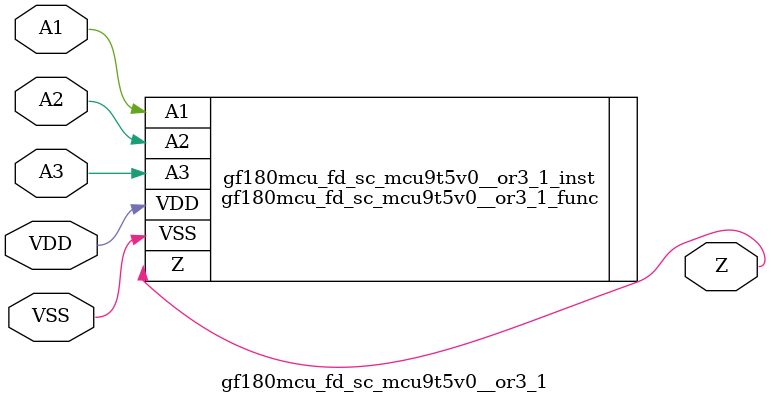
<source format=v>

module gf180mcu_fd_sc_mcu9t5v0__or3_1( A1, A2, A3, Z, VDD, VSS );
input A1, A2, A3;
inout VDD, VSS;
output Z;

   `ifdef FUNCTIONAL  //  functional //

	gf180mcu_fd_sc_mcu9t5v0__or3_1_func gf180mcu_fd_sc_mcu9t5v0__or3_1_behav_inst(.A1(A1),.A2(A2),.A3(A3),.Z(Z),.VDD(VDD),.VSS(VSS));

   `else

	gf180mcu_fd_sc_mcu9t5v0__or3_1_func gf180mcu_fd_sc_mcu9t5v0__or3_1_inst(.A1(A1),.A2(A2),.A3(A3),.Z(Z),.VDD(VDD),.VSS(VSS));

	// spec_gates_begin


	// spec_gates_end



   specify

	// specify_block_begin

	// comb arc A1 --> Z
	 (A1 => Z) = (1.0,1.0);

	// comb arc A2 --> Z
	 (A2 => Z) = (1.0,1.0);

	// comb arc A3 --> Z
	 (A3 => Z) = (1.0,1.0);

	// specify_block_end

   endspecify

   `endif

endmodule

</source>
